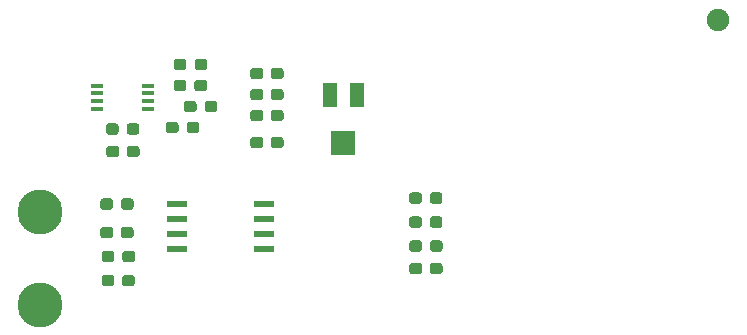
<source format=gbr>
G04 #@! TF.GenerationSoftware,KiCad,Pcbnew,(5.1.2)-1*
G04 #@! TF.CreationDate,2020-10-04T17:45:05-05:00*
G04 #@! TF.ProjectId,Senior Design,53656e69-6f72-4204-9465-7369676e2e6b,rev?*
G04 #@! TF.SameCoordinates,Original*
G04 #@! TF.FileFunction,Paste,Top*
G04 #@! TF.FilePolarity,Positive*
%FSLAX46Y46*%
G04 Gerber Fmt 4.6, Leading zero omitted, Abs format (unit mm)*
G04 Created by KiCad (PCBNEW (5.1.2)-1) date 2020-10-04 17:45:05*
%MOMM*%
%LPD*%
G04 APERTURE LIST*
%ADD10C,1.905000*%
%ADD11R,1.100000X0.400000*%
%ADD12C,3.810000*%
%ADD13R,1.750000X0.550000*%
%ADD14R,1.300000X2.000000*%
%ADD15R,2.000000X2.000000*%
%ADD16C,0.100000*%
%ADD17C,0.950000*%
G04 APERTURE END LIST*
D10*
X176022000Y-64262000D03*
D11*
X123444000Y-71800000D03*
X123444000Y-71150000D03*
X123444000Y-70500000D03*
X123444000Y-69850000D03*
X127744000Y-69850000D03*
X127744000Y-70500000D03*
X127744000Y-71150000D03*
X127744000Y-71800000D03*
D12*
X118618000Y-80518000D03*
X118618000Y-88392000D03*
D13*
X137558000Y-79883000D03*
X137558000Y-81153000D03*
X137558000Y-82423000D03*
X137558000Y-83693000D03*
X130158000Y-83693000D03*
X130158000Y-82423000D03*
X130158000Y-81153000D03*
X130158000Y-79883000D03*
D14*
X145422000Y-70676000D03*
D15*
X144272000Y-74676000D03*
D14*
X143122000Y-70676000D03*
D16*
G36*
X152456779Y-84870144D02*
G01*
X152479834Y-84873563D01*
X152502443Y-84879227D01*
X152524387Y-84887079D01*
X152545457Y-84897044D01*
X152565448Y-84909026D01*
X152584168Y-84922910D01*
X152601438Y-84938562D01*
X152617090Y-84955832D01*
X152630974Y-84974552D01*
X152642956Y-84994543D01*
X152652921Y-85015613D01*
X152660773Y-85037557D01*
X152666437Y-85060166D01*
X152669856Y-85083221D01*
X152671000Y-85106500D01*
X152671000Y-85581500D01*
X152669856Y-85604779D01*
X152666437Y-85627834D01*
X152660773Y-85650443D01*
X152652921Y-85672387D01*
X152642956Y-85693457D01*
X152630974Y-85713448D01*
X152617090Y-85732168D01*
X152601438Y-85749438D01*
X152584168Y-85765090D01*
X152565448Y-85778974D01*
X152545457Y-85790956D01*
X152524387Y-85800921D01*
X152502443Y-85808773D01*
X152479834Y-85814437D01*
X152456779Y-85817856D01*
X152433500Y-85819000D01*
X151858500Y-85819000D01*
X151835221Y-85817856D01*
X151812166Y-85814437D01*
X151789557Y-85808773D01*
X151767613Y-85800921D01*
X151746543Y-85790956D01*
X151726552Y-85778974D01*
X151707832Y-85765090D01*
X151690562Y-85749438D01*
X151674910Y-85732168D01*
X151661026Y-85713448D01*
X151649044Y-85693457D01*
X151639079Y-85672387D01*
X151631227Y-85650443D01*
X151625563Y-85627834D01*
X151622144Y-85604779D01*
X151621000Y-85581500D01*
X151621000Y-85106500D01*
X151622144Y-85083221D01*
X151625563Y-85060166D01*
X151631227Y-85037557D01*
X151639079Y-85015613D01*
X151649044Y-84994543D01*
X151661026Y-84974552D01*
X151674910Y-84955832D01*
X151690562Y-84938562D01*
X151707832Y-84922910D01*
X151726552Y-84909026D01*
X151746543Y-84897044D01*
X151767613Y-84887079D01*
X151789557Y-84879227D01*
X151812166Y-84873563D01*
X151835221Y-84870144D01*
X151858500Y-84869000D01*
X152433500Y-84869000D01*
X152456779Y-84870144D01*
X152456779Y-84870144D01*
G37*
D17*
X152146000Y-85344000D03*
D16*
G36*
X150706779Y-84870144D02*
G01*
X150729834Y-84873563D01*
X150752443Y-84879227D01*
X150774387Y-84887079D01*
X150795457Y-84897044D01*
X150815448Y-84909026D01*
X150834168Y-84922910D01*
X150851438Y-84938562D01*
X150867090Y-84955832D01*
X150880974Y-84974552D01*
X150892956Y-84994543D01*
X150902921Y-85015613D01*
X150910773Y-85037557D01*
X150916437Y-85060166D01*
X150919856Y-85083221D01*
X150921000Y-85106500D01*
X150921000Y-85581500D01*
X150919856Y-85604779D01*
X150916437Y-85627834D01*
X150910773Y-85650443D01*
X150902921Y-85672387D01*
X150892956Y-85693457D01*
X150880974Y-85713448D01*
X150867090Y-85732168D01*
X150851438Y-85749438D01*
X150834168Y-85765090D01*
X150815448Y-85778974D01*
X150795457Y-85790956D01*
X150774387Y-85800921D01*
X150752443Y-85808773D01*
X150729834Y-85814437D01*
X150706779Y-85817856D01*
X150683500Y-85819000D01*
X150108500Y-85819000D01*
X150085221Y-85817856D01*
X150062166Y-85814437D01*
X150039557Y-85808773D01*
X150017613Y-85800921D01*
X149996543Y-85790956D01*
X149976552Y-85778974D01*
X149957832Y-85765090D01*
X149940562Y-85749438D01*
X149924910Y-85732168D01*
X149911026Y-85713448D01*
X149899044Y-85693457D01*
X149889079Y-85672387D01*
X149881227Y-85650443D01*
X149875563Y-85627834D01*
X149872144Y-85604779D01*
X149871000Y-85581500D01*
X149871000Y-85106500D01*
X149872144Y-85083221D01*
X149875563Y-85060166D01*
X149881227Y-85037557D01*
X149889079Y-85015613D01*
X149899044Y-84994543D01*
X149911026Y-84974552D01*
X149924910Y-84955832D01*
X149940562Y-84938562D01*
X149957832Y-84922910D01*
X149976552Y-84909026D01*
X149996543Y-84897044D01*
X150017613Y-84887079D01*
X150039557Y-84879227D01*
X150062166Y-84873563D01*
X150085221Y-84870144D01*
X150108500Y-84869000D01*
X150683500Y-84869000D01*
X150706779Y-84870144D01*
X150706779Y-84870144D01*
G37*
D17*
X150396000Y-85344000D03*
D16*
G36*
X150706779Y-82965144D02*
G01*
X150729834Y-82968563D01*
X150752443Y-82974227D01*
X150774387Y-82982079D01*
X150795457Y-82992044D01*
X150815448Y-83004026D01*
X150834168Y-83017910D01*
X150851438Y-83033562D01*
X150867090Y-83050832D01*
X150880974Y-83069552D01*
X150892956Y-83089543D01*
X150902921Y-83110613D01*
X150910773Y-83132557D01*
X150916437Y-83155166D01*
X150919856Y-83178221D01*
X150921000Y-83201500D01*
X150921000Y-83676500D01*
X150919856Y-83699779D01*
X150916437Y-83722834D01*
X150910773Y-83745443D01*
X150902921Y-83767387D01*
X150892956Y-83788457D01*
X150880974Y-83808448D01*
X150867090Y-83827168D01*
X150851438Y-83844438D01*
X150834168Y-83860090D01*
X150815448Y-83873974D01*
X150795457Y-83885956D01*
X150774387Y-83895921D01*
X150752443Y-83903773D01*
X150729834Y-83909437D01*
X150706779Y-83912856D01*
X150683500Y-83914000D01*
X150108500Y-83914000D01*
X150085221Y-83912856D01*
X150062166Y-83909437D01*
X150039557Y-83903773D01*
X150017613Y-83895921D01*
X149996543Y-83885956D01*
X149976552Y-83873974D01*
X149957832Y-83860090D01*
X149940562Y-83844438D01*
X149924910Y-83827168D01*
X149911026Y-83808448D01*
X149899044Y-83788457D01*
X149889079Y-83767387D01*
X149881227Y-83745443D01*
X149875563Y-83722834D01*
X149872144Y-83699779D01*
X149871000Y-83676500D01*
X149871000Y-83201500D01*
X149872144Y-83178221D01*
X149875563Y-83155166D01*
X149881227Y-83132557D01*
X149889079Y-83110613D01*
X149899044Y-83089543D01*
X149911026Y-83069552D01*
X149924910Y-83050832D01*
X149940562Y-83033562D01*
X149957832Y-83017910D01*
X149976552Y-83004026D01*
X149996543Y-82992044D01*
X150017613Y-82982079D01*
X150039557Y-82974227D01*
X150062166Y-82968563D01*
X150085221Y-82965144D01*
X150108500Y-82964000D01*
X150683500Y-82964000D01*
X150706779Y-82965144D01*
X150706779Y-82965144D01*
G37*
D17*
X150396000Y-83439000D03*
D16*
G36*
X152456779Y-82965144D02*
G01*
X152479834Y-82968563D01*
X152502443Y-82974227D01*
X152524387Y-82982079D01*
X152545457Y-82992044D01*
X152565448Y-83004026D01*
X152584168Y-83017910D01*
X152601438Y-83033562D01*
X152617090Y-83050832D01*
X152630974Y-83069552D01*
X152642956Y-83089543D01*
X152652921Y-83110613D01*
X152660773Y-83132557D01*
X152666437Y-83155166D01*
X152669856Y-83178221D01*
X152671000Y-83201500D01*
X152671000Y-83676500D01*
X152669856Y-83699779D01*
X152666437Y-83722834D01*
X152660773Y-83745443D01*
X152652921Y-83767387D01*
X152642956Y-83788457D01*
X152630974Y-83808448D01*
X152617090Y-83827168D01*
X152601438Y-83844438D01*
X152584168Y-83860090D01*
X152565448Y-83873974D01*
X152545457Y-83885956D01*
X152524387Y-83895921D01*
X152502443Y-83903773D01*
X152479834Y-83909437D01*
X152456779Y-83912856D01*
X152433500Y-83914000D01*
X151858500Y-83914000D01*
X151835221Y-83912856D01*
X151812166Y-83909437D01*
X151789557Y-83903773D01*
X151767613Y-83895921D01*
X151746543Y-83885956D01*
X151726552Y-83873974D01*
X151707832Y-83860090D01*
X151690562Y-83844438D01*
X151674910Y-83827168D01*
X151661026Y-83808448D01*
X151649044Y-83788457D01*
X151639079Y-83767387D01*
X151631227Y-83745443D01*
X151625563Y-83722834D01*
X151622144Y-83699779D01*
X151621000Y-83676500D01*
X151621000Y-83201500D01*
X151622144Y-83178221D01*
X151625563Y-83155166D01*
X151631227Y-83132557D01*
X151639079Y-83110613D01*
X151649044Y-83089543D01*
X151661026Y-83069552D01*
X151674910Y-83050832D01*
X151690562Y-83033562D01*
X151707832Y-83017910D01*
X151726552Y-83004026D01*
X151746543Y-82992044D01*
X151767613Y-82982079D01*
X151789557Y-82974227D01*
X151812166Y-82968563D01*
X151835221Y-82965144D01*
X151858500Y-82964000D01*
X152433500Y-82964000D01*
X152456779Y-82965144D01*
X152456779Y-82965144D01*
G37*
D17*
X152146000Y-83439000D03*
D16*
G36*
X131854779Y-72932144D02*
G01*
X131877834Y-72935563D01*
X131900443Y-72941227D01*
X131922387Y-72949079D01*
X131943457Y-72959044D01*
X131963448Y-72971026D01*
X131982168Y-72984910D01*
X131999438Y-73000562D01*
X132015090Y-73017832D01*
X132028974Y-73036552D01*
X132040956Y-73056543D01*
X132050921Y-73077613D01*
X132058773Y-73099557D01*
X132064437Y-73122166D01*
X132067856Y-73145221D01*
X132069000Y-73168500D01*
X132069000Y-73643500D01*
X132067856Y-73666779D01*
X132064437Y-73689834D01*
X132058773Y-73712443D01*
X132050921Y-73734387D01*
X132040956Y-73755457D01*
X132028974Y-73775448D01*
X132015090Y-73794168D01*
X131999438Y-73811438D01*
X131982168Y-73827090D01*
X131963448Y-73840974D01*
X131943457Y-73852956D01*
X131922387Y-73862921D01*
X131900443Y-73870773D01*
X131877834Y-73876437D01*
X131854779Y-73879856D01*
X131831500Y-73881000D01*
X131256500Y-73881000D01*
X131233221Y-73879856D01*
X131210166Y-73876437D01*
X131187557Y-73870773D01*
X131165613Y-73862921D01*
X131144543Y-73852956D01*
X131124552Y-73840974D01*
X131105832Y-73827090D01*
X131088562Y-73811438D01*
X131072910Y-73794168D01*
X131059026Y-73775448D01*
X131047044Y-73755457D01*
X131037079Y-73734387D01*
X131029227Y-73712443D01*
X131023563Y-73689834D01*
X131020144Y-73666779D01*
X131019000Y-73643500D01*
X131019000Y-73168500D01*
X131020144Y-73145221D01*
X131023563Y-73122166D01*
X131029227Y-73099557D01*
X131037079Y-73077613D01*
X131047044Y-73056543D01*
X131059026Y-73036552D01*
X131072910Y-73017832D01*
X131088562Y-73000562D01*
X131105832Y-72984910D01*
X131124552Y-72971026D01*
X131144543Y-72959044D01*
X131165613Y-72949079D01*
X131187557Y-72941227D01*
X131210166Y-72935563D01*
X131233221Y-72932144D01*
X131256500Y-72931000D01*
X131831500Y-72931000D01*
X131854779Y-72932144D01*
X131854779Y-72932144D01*
G37*
D17*
X131544000Y-73406000D03*
D16*
G36*
X130104779Y-72932144D02*
G01*
X130127834Y-72935563D01*
X130150443Y-72941227D01*
X130172387Y-72949079D01*
X130193457Y-72959044D01*
X130213448Y-72971026D01*
X130232168Y-72984910D01*
X130249438Y-73000562D01*
X130265090Y-73017832D01*
X130278974Y-73036552D01*
X130290956Y-73056543D01*
X130300921Y-73077613D01*
X130308773Y-73099557D01*
X130314437Y-73122166D01*
X130317856Y-73145221D01*
X130319000Y-73168500D01*
X130319000Y-73643500D01*
X130317856Y-73666779D01*
X130314437Y-73689834D01*
X130308773Y-73712443D01*
X130300921Y-73734387D01*
X130290956Y-73755457D01*
X130278974Y-73775448D01*
X130265090Y-73794168D01*
X130249438Y-73811438D01*
X130232168Y-73827090D01*
X130213448Y-73840974D01*
X130193457Y-73852956D01*
X130172387Y-73862921D01*
X130150443Y-73870773D01*
X130127834Y-73876437D01*
X130104779Y-73879856D01*
X130081500Y-73881000D01*
X129506500Y-73881000D01*
X129483221Y-73879856D01*
X129460166Y-73876437D01*
X129437557Y-73870773D01*
X129415613Y-73862921D01*
X129394543Y-73852956D01*
X129374552Y-73840974D01*
X129355832Y-73827090D01*
X129338562Y-73811438D01*
X129322910Y-73794168D01*
X129309026Y-73775448D01*
X129297044Y-73755457D01*
X129287079Y-73734387D01*
X129279227Y-73712443D01*
X129273563Y-73689834D01*
X129270144Y-73666779D01*
X129269000Y-73643500D01*
X129269000Y-73168500D01*
X129270144Y-73145221D01*
X129273563Y-73122166D01*
X129279227Y-73099557D01*
X129287079Y-73077613D01*
X129297044Y-73056543D01*
X129309026Y-73036552D01*
X129322910Y-73017832D01*
X129338562Y-73000562D01*
X129355832Y-72984910D01*
X129374552Y-72971026D01*
X129394543Y-72959044D01*
X129415613Y-72949079D01*
X129437557Y-72941227D01*
X129460166Y-72935563D01*
X129483221Y-72932144D01*
X129506500Y-72931000D01*
X130081500Y-72931000D01*
X130104779Y-72932144D01*
X130104779Y-72932144D01*
G37*
D17*
X129794000Y-73406000D03*
D16*
G36*
X132503779Y-69376144D02*
G01*
X132526834Y-69379563D01*
X132549443Y-69385227D01*
X132571387Y-69393079D01*
X132592457Y-69403044D01*
X132612448Y-69415026D01*
X132631168Y-69428910D01*
X132648438Y-69444562D01*
X132664090Y-69461832D01*
X132677974Y-69480552D01*
X132689956Y-69500543D01*
X132699921Y-69521613D01*
X132707773Y-69543557D01*
X132713437Y-69566166D01*
X132716856Y-69589221D01*
X132718000Y-69612500D01*
X132718000Y-70087500D01*
X132716856Y-70110779D01*
X132713437Y-70133834D01*
X132707773Y-70156443D01*
X132699921Y-70178387D01*
X132689956Y-70199457D01*
X132677974Y-70219448D01*
X132664090Y-70238168D01*
X132648438Y-70255438D01*
X132631168Y-70271090D01*
X132612448Y-70284974D01*
X132592457Y-70296956D01*
X132571387Y-70306921D01*
X132549443Y-70314773D01*
X132526834Y-70320437D01*
X132503779Y-70323856D01*
X132480500Y-70325000D01*
X131905500Y-70325000D01*
X131882221Y-70323856D01*
X131859166Y-70320437D01*
X131836557Y-70314773D01*
X131814613Y-70306921D01*
X131793543Y-70296956D01*
X131773552Y-70284974D01*
X131754832Y-70271090D01*
X131737562Y-70255438D01*
X131721910Y-70238168D01*
X131708026Y-70219448D01*
X131696044Y-70199457D01*
X131686079Y-70178387D01*
X131678227Y-70156443D01*
X131672563Y-70133834D01*
X131669144Y-70110779D01*
X131668000Y-70087500D01*
X131668000Y-69612500D01*
X131669144Y-69589221D01*
X131672563Y-69566166D01*
X131678227Y-69543557D01*
X131686079Y-69521613D01*
X131696044Y-69500543D01*
X131708026Y-69480552D01*
X131721910Y-69461832D01*
X131737562Y-69444562D01*
X131754832Y-69428910D01*
X131773552Y-69415026D01*
X131793543Y-69403044D01*
X131814613Y-69393079D01*
X131836557Y-69385227D01*
X131859166Y-69379563D01*
X131882221Y-69376144D01*
X131905500Y-69375000D01*
X132480500Y-69375000D01*
X132503779Y-69376144D01*
X132503779Y-69376144D01*
G37*
D17*
X132193000Y-69850000D03*
D16*
G36*
X130753779Y-69376144D02*
G01*
X130776834Y-69379563D01*
X130799443Y-69385227D01*
X130821387Y-69393079D01*
X130842457Y-69403044D01*
X130862448Y-69415026D01*
X130881168Y-69428910D01*
X130898438Y-69444562D01*
X130914090Y-69461832D01*
X130927974Y-69480552D01*
X130939956Y-69500543D01*
X130949921Y-69521613D01*
X130957773Y-69543557D01*
X130963437Y-69566166D01*
X130966856Y-69589221D01*
X130968000Y-69612500D01*
X130968000Y-70087500D01*
X130966856Y-70110779D01*
X130963437Y-70133834D01*
X130957773Y-70156443D01*
X130949921Y-70178387D01*
X130939956Y-70199457D01*
X130927974Y-70219448D01*
X130914090Y-70238168D01*
X130898438Y-70255438D01*
X130881168Y-70271090D01*
X130862448Y-70284974D01*
X130842457Y-70296956D01*
X130821387Y-70306921D01*
X130799443Y-70314773D01*
X130776834Y-70320437D01*
X130753779Y-70323856D01*
X130730500Y-70325000D01*
X130155500Y-70325000D01*
X130132221Y-70323856D01*
X130109166Y-70320437D01*
X130086557Y-70314773D01*
X130064613Y-70306921D01*
X130043543Y-70296956D01*
X130023552Y-70284974D01*
X130004832Y-70271090D01*
X129987562Y-70255438D01*
X129971910Y-70238168D01*
X129958026Y-70219448D01*
X129946044Y-70199457D01*
X129936079Y-70178387D01*
X129928227Y-70156443D01*
X129922563Y-70133834D01*
X129919144Y-70110779D01*
X129918000Y-70087500D01*
X129918000Y-69612500D01*
X129919144Y-69589221D01*
X129922563Y-69566166D01*
X129928227Y-69543557D01*
X129936079Y-69521613D01*
X129946044Y-69500543D01*
X129958026Y-69480552D01*
X129971910Y-69461832D01*
X129987562Y-69444562D01*
X130004832Y-69428910D01*
X130023552Y-69415026D01*
X130043543Y-69403044D01*
X130064613Y-69393079D01*
X130086557Y-69385227D01*
X130109166Y-69379563D01*
X130132221Y-69376144D01*
X130155500Y-69375000D01*
X130730500Y-69375000D01*
X130753779Y-69376144D01*
X130753779Y-69376144D01*
G37*
D17*
X130443000Y-69850000D03*
D16*
G36*
X133378779Y-71154144D02*
G01*
X133401834Y-71157563D01*
X133424443Y-71163227D01*
X133446387Y-71171079D01*
X133467457Y-71181044D01*
X133487448Y-71193026D01*
X133506168Y-71206910D01*
X133523438Y-71222562D01*
X133539090Y-71239832D01*
X133552974Y-71258552D01*
X133564956Y-71278543D01*
X133574921Y-71299613D01*
X133582773Y-71321557D01*
X133588437Y-71344166D01*
X133591856Y-71367221D01*
X133593000Y-71390500D01*
X133593000Y-71865500D01*
X133591856Y-71888779D01*
X133588437Y-71911834D01*
X133582773Y-71934443D01*
X133574921Y-71956387D01*
X133564956Y-71977457D01*
X133552974Y-71997448D01*
X133539090Y-72016168D01*
X133523438Y-72033438D01*
X133506168Y-72049090D01*
X133487448Y-72062974D01*
X133467457Y-72074956D01*
X133446387Y-72084921D01*
X133424443Y-72092773D01*
X133401834Y-72098437D01*
X133378779Y-72101856D01*
X133355500Y-72103000D01*
X132780500Y-72103000D01*
X132757221Y-72101856D01*
X132734166Y-72098437D01*
X132711557Y-72092773D01*
X132689613Y-72084921D01*
X132668543Y-72074956D01*
X132648552Y-72062974D01*
X132629832Y-72049090D01*
X132612562Y-72033438D01*
X132596910Y-72016168D01*
X132583026Y-71997448D01*
X132571044Y-71977457D01*
X132561079Y-71956387D01*
X132553227Y-71934443D01*
X132547563Y-71911834D01*
X132544144Y-71888779D01*
X132543000Y-71865500D01*
X132543000Y-71390500D01*
X132544144Y-71367221D01*
X132547563Y-71344166D01*
X132553227Y-71321557D01*
X132561079Y-71299613D01*
X132571044Y-71278543D01*
X132583026Y-71258552D01*
X132596910Y-71239832D01*
X132612562Y-71222562D01*
X132629832Y-71206910D01*
X132648552Y-71193026D01*
X132668543Y-71181044D01*
X132689613Y-71171079D01*
X132711557Y-71163227D01*
X132734166Y-71157563D01*
X132757221Y-71154144D01*
X132780500Y-71153000D01*
X133355500Y-71153000D01*
X133378779Y-71154144D01*
X133378779Y-71154144D01*
G37*
D17*
X133068000Y-71628000D03*
D16*
G36*
X131628779Y-71154144D02*
G01*
X131651834Y-71157563D01*
X131674443Y-71163227D01*
X131696387Y-71171079D01*
X131717457Y-71181044D01*
X131737448Y-71193026D01*
X131756168Y-71206910D01*
X131773438Y-71222562D01*
X131789090Y-71239832D01*
X131802974Y-71258552D01*
X131814956Y-71278543D01*
X131824921Y-71299613D01*
X131832773Y-71321557D01*
X131838437Y-71344166D01*
X131841856Y-71367221D01*
X131843000Y-71390500D01*
X131843000Y-71865500D01*
X131841856Y-71888779D01*
X131838437Y-71911834D01*
X131832773Y-71934443D01*
X131824921Y-71956387D01*
X131814956Y-71977457D01*
X131802974Y-71997448D01*
X131789090Y-72016168D01*
X131773438Y-72033438D01*
X131756168Y-72049090D01*
X131737448Y-72062974D01*
X131717457Y-72074956D01*
X131696387Y-72084921D01*
X131674443Y-72092773D01*
X131651834Y-72098437D01*
X131628779Y-72101856D01*
X131605500Y-72103000D01*
X131030500Y-72103000D01*
X131007221Y-72101856D01*
X130984166Y-72098437D01*
X130961557Y-72092773D01*
X130939613Y-72084921D01*
X130918543Y-72074956D01*
X130898552Y-72062974D01*
X130879832Y-72049090D01*
X130862562Y-72033438D01*
X130846910Y-72016168D01*
X130833026Y-71997448D01*
X130821044Y-71977457D01*
X130811079Y-71956387D01*
X130803227Y-71934443D01*
X130797563Y-71911834D01*
X130794144Y-71888779D01*
X130793000Y-71865500D01*
X130793000Y-71390500D01*
X130794144Y-71367221D01*
X130797563Y-71344166D01*
X130803227Y-71321557D01*
X130811079Y-71299613D01*
X130821044Y-71278543D01*
X130833026Y-71258552D01*
X130846910Y-71239832D01*
X130862562Y-71222562D01*
X130879832Y-71206910D01*
X130898552Y-71193026D01*
X130918543Y-71181044D01*
X130939613Y-71171079D01*
X130961557Y-71163227D01*
X130984166Y-71157563D01*
X131007221Y-71154144D01*
X131030500Y-71153000D01*
X131605500Y-71153000D01*
X131628779Y-71154144D01*
X131628779Y-71154144D01*
G37*
D17*
X131318000Y-71628000D03*
D16*
G36*
X137244779Y-70138144D02*
G01*
X137267834Y-70141563D01*
X137290443Y-70147227D01*
X137312387Y-70155079D01*
X137333457Y-70165044D01*
X137353448Y-70177026D01*
X137372168Y-70190910D01*
X137389438Y-70206562D01*
X137405090Y-70223832D01*
X137418974Y-70242552D01*
X137430956Y-70262543D01*
X137440921Y-70283613D01*
X137448773Y-70305557D01*
X137454437Y-70328166D01*
X137457856Y-70351221D01*
X137459000Y-70374500D01*
X137459000Y-70849500D01*
X137457856Y-70872779D01*
X137454437Y-70895834D01*
X137448773Y-70918443D01*
X137440921Y-70940387D01*
X137430956Y-70961457D01*
X137418974Y-70981448D01*
X137405090Y-71000168D01*
X137389438Y-71017438D01*
X137372168Y-71033090D01*
X137353448Y-71046974D01*
X137333457Y-71058956D01*
X137312387Y-71068921D01*
X137290443Y-71076773D01*
X137267834Y-71082437D01*
X137244779Y-71085856D01*
X137221500Y-71087000D01*
X136646500Y-71087000D01*
X136623221Y-71085856D01*
X136600166Y-71082437D01*
X136577557Y-71076773D01*
X136555613Y-71068921D01*
X136534543Y-71058956D01*
X136514552Y-71046974D01*
X136495832Y-71033090D01*
X136478562Y-71017438D01*
X136462910Y-71000168D01*
X136449026Y-70981448D01*
X136437044Y-70961457D01*
X136427079Y-70940387D01*
X136419227Y-70918443D01*
X136413563Y-70895834D01*
X136410144Y-70872779D01*
X136409000Y-70849500D01*
X136409000Y-70374500D01*
X136410144Y-70351221D01*
X136413563Y-70328166D01*
X136419227Y-70305557D01*
X136427079Y-70283613D01*
X136437044Y-70262543D01*
X136449026Y-70242552D01*
X136462910Y-70223832D01*
X136478562Y-70206562D01*
X136495832Y-70190910D01*
X136514552Y-70177026D01*
X136534543Y-70165044D01*
X136555613Y-70155079D01*
X136577557Y-70147227D01*
X136600166Y-70141563D01*
X136623221Y-70138144D01*
X136646500Y-70137000D01*
X137221500Y-70137000D01*
X137244779Y-70138144D01*
X137244779Y-70138144D01*
G37*
D17*
X136934000Y-70612000D03*
D16*
G36*
X138994779Y-70138144D02*
G01*
X139017834Y-70141563D01*
X139040443Y-70147227D01*
X139062387Y-70155079D01*
X139083457Y-70165044D01*
X139103448Y-70177026D01*
X139122168Y-70190910D01*
X139139438Y-70206562D01*
X139155090Y-70223832D01*
X139168974Y-70242552D01*
X139180956Y-70262543D01*
X139190921Y-70283613D01*
X139198773Y-70305557D01*
X139204437Y-70328166D01*
X139207856Y-70351221D01*
X139209000Y-70374500D01*
X139209000Y-70849500D01*
X139207856Y-70872779D01*
X139204437Y-70895834D01*
X139198773Y-70918443D01*
X139190921Y-70940387D01*
X139180956Y-70961457D01*
X139168974Y-70981448D01*
X139155090Y-71000168D01*
X139139438Y-71017438D01*
X139122168Y-71033090D01*
X139103448Y-71046974D01*
X139083457Y-71058956D01*
X139062387Y-71068921D01*
X139040443Y-71076773D01*
X139017834Y-71082437D01*
X138994779Y-71085856D01*
X138971500Y-71087000D01*
X138396500Y-71087000D01*
X138373221Y-71085856D01*
X138350166Y-71082437D01*
X138327557Y-71076773D01*
X138305613Y-71068921D01*
X138284543Y-71058956D01*
X138264552Y-71046974D01*
X138245832Y-71033090D01*
X138228562Y-71017438D01*
X138212910Y-71000168D01*
X138199026Y-70981448D01*
X138187044Y-70961457D01*
X138177079Y-70940387D01*
X138169227Y-70918443D01*
X138163563Y-70895834D01*
X138160144Y-70872779D01*
X138159000Y-70849500D01*
X138159000Y-70374500D01*
X138160144Y-70351221D01*
X138163563Y-70328166D01*
X138169227Y-70305557D01*
X138177079Y-70283613D01*
X138187044Y-70262543D01*
X138199026Y-70242552D01*
X138212910Y-70223832D01*
X138228562Y-70206562D01*
X138245832Y-70190910D01*
X138264552Y-70177026D01*
X138284543Y-70165044D01*
X138305613Y-70155079D01*
X138327557Y-70147227D01*
X138350166Y-70141563D01*
X138373221Y-70138144D01*
X138396500Y-70137000D01*
X138971500Y-70137000D01*
X138994779Y-70138144D01*
X138994779Y-70138144D01*
G37*
D17*
X138684000Y-70612000D03*
D16*
G36*
X138994779Y-68360144D02*
G01*
X139017834Y-68363563D01*
X139040443Y-68369227D01*
X139062387Y-68377079D01*
X139083457Y-68387044D01*
X139103448Y-68399026D01*
X139122168Y-68412910D01*
X139139438Y-68428562D01*
X139155090Y-68445832D01*
X139168974Y-68464552D01*
X139180956Y-68484543D01*
X139190921Y-68505613D01*
X139198773Y-68527557D01*
X139204437Y-68550166D01*
X139207856Y-68573221D01*
X139209000Y-68596500D01*
X139209000Y-69071500D01*
X139207856Y-69094779D01*
X139204437Y-69117834D01*
X139198773Y-69140443D01*
X139190921Y-69162387D01*
X139180956Y-69183457D01*
X139168974Y-69203448D01*
X139155090Y-69222168D01*
X139139438Y-69239438D01*
X139122168Y-69255090D01*
X139103448Y-69268974D01*
X139083457Y-69280956D01*
X139062387Y-69290921D01*
X139040443Y-69298773D01*
X139017834Y-69304437D01*
X138994779Y-69307856D01*
X138971500Y-69309000D01*
X138396500Y-69309000D01*
X138373221Y-69307856D01*
X138350166Y-69304437D01*
X138327557Y-69298773D01*
X138305613Y-69290921D01*
X138284543Y-69280956D01*
X138264552Y-69268974D01*
X138245832Y-69255090D01*
X138228562Y-69239438D01*
X138212910Y-69222168D01*
X138199026Y-69203448D01*
X138187044Y-69183457D01*
X138177079Y-69162387D01*
X138169227Y-69140443D01*
X138163563Y-69117834D01*
X138160144Y-69094779D01*
X138159000Y-69071500D01*
X138159000Y-68596500D01*
X138160144Y-68573221D01*
X138163563Y-68550166D01*
X138169227Y-68527557D01*
X138177079Y-68505613D01*
X138187044Y-68484543D01*
X138199026Y-68464552D01*
X138212910Y-68445832D01*
X138228562Y-68428562D01*
X138245832Y-68412910D01*
X138264552Y-68399026D01*
X138284543Y-68387044D01*
X138305613Y-68377079D01*
X138327557Y-68369227D01*
X138350166Y-68363563D01*
X138373221Y-68360144D01*
X138396500Y-68359000D01*
X138971500Y-68359000D01*
X138994779Y-68360144D01*
X138994779Y-68360144D01*
G37*
D17*
X138684000Y-68834000D03*
D16*
G36*
X137244779Y-68360144D02*
G01*
X137267834Y-68363563D01*
X137290443Y-68369227D01*
X137312387Y-68377079D01*
X137333457Y-68387044D01*
X137353448Y-68399026D01*
X137372168Y-68412910D01*
X137389438Y-68428562D01*
X137405090Y-68445832D01*
X137418974Y-68464552D01*
X137430956Y-68484543D01*
X137440921Y-68505613D01*
X137448773Y-68527557D01*
X137454437Y-68550166D01*
X137457856Y-68573221D01*
X137459000Y-68596500D01*
X137459000Y-69071500D01*
X137457856Y-69094779D01*
X137454437Y-69117834D01*
X137448773Y-69140443D01*
X137440921Y-69162387D01*
X137430956Y-69183457D01*
X137418974Y-69203448D01*
X137405090Y-69222168D01*
X137389438Y-69239438D01*
X137372168Y-69255090D01*
X137353448Y-69268974D01*
X137333457Y-69280956D01*
X137312387Y-69290921D01*
X137290443Y-69298773D01*
X137267834Y-69304437D01*
X137244779Y-69307856D01*
X137221500Y-69309000D01*
X136646500Y-69309000D01*
X136623221Y-69307856D01*
X136600166Y-69304437D01*
X136577557Y-69298773D01*
X136555613Y-69290921D01*
X136534543Y-69280956D01*
X136514552Y-69268974D01*
X136495832Y-69255090D01*
X136478562Y-69239438D01*
X136462910Y-69222168D01*
X136449026Y-69203448D01*
X136437044Y-69183457D01*
X136427079Y-69162387D01*
X136419227Y-69140443D01*
X136413563Y-69117834D01*
X136410144Y-69094779D01*
X136409000Y-69071500D01*
X136409000Y-68596500D01*
X136410144Y-68573221D01*
X136413563Y-68550166D01*
X136419227Y-68527557D01*
X136427079Y-68505613D01*
X136437044Y-68484543D01*
X136449026Y-68464552D01*
X136462910Y-68445832D01*
X136478562Y-68428562D01*
X136495832Y-68412910D01*
X136514552Y-68399026D01*
X136534543Y-68387044D01*
X136555613Y-68377079D01*
X136577557Y-68369227D01*
X136600166Y-68363563D01*
X136623221Y-68360144D01*
X136646500Y-68359000D01*
X137221500Y-68359000D01*
X137244779Y-68360144D01*
X137244779Y-68360144D01*
G37*
D17*
X136934000Y-68834000D03*
D16*
G36*
X124657779Y-83854144D02*
G01*
X124680834Y-83857563D01*
X124703443Y-83863227D01*
X124725387Y-83871079D01*
X124746457Y-83881044D01*
X124766448Y-83893026D01*
X124785168Y-83906910D01*
X124802438Y-83922562D01*
X124818090Y-83939832D01*
X124831974Y-83958552D01*
X124843956Y-83978543D01*
X124853921Y-83999613D01*
X124861773Y-84021557D01*
X124867437Y-84044166D01*
X124870856Y-84067221D01*
X124872000Y-84090500D01*
X124872000Y-84565500D01*
X124870856Y-84588779D01*
X124867437Y-84611834D01*
X124861773Y-84634443D01*
X124853921Y-84656387D01*
X124843956Y-84677457D01*
X124831974Y-84697448D01*
X124818090Y-84716168D01*
X124802438Y-84733438D01*
X124785168Y-84749090D01*
X124766448Y-84762974D01*
X124746457Y-84774956D01*
X124725387Y-84784921D01*
X124703443Y-84792773D01*
X124680834Y-84798437D01*
X124657779Y-84801856D01*
X124634500Y-84803000D01*
X124059500Y-84803000D01*
X124036221Y-84801856D01*
X124013166Y-84798437D01*
X123990557Y-84792773D01*
X123968613Y-84784921D01*
X123947543Y-84774956D01*
X123927552Y-84762974D01*
X123908832Y-84749090D01*
X123891562Y-84733438D01*
X123875910Y-84716168D01*
X123862026Y-84697448D01*
X123850044Y-84677457D01*
X123840079Y-84656387D01*
X123832227Y-84634443D01*
X123826563Y-84611834D01*
X123823144Y-84588779D01*
X123822000Y-84565500D01*
X123822000Y-84090500D01*
X123823144Y-84067221D01*
X123826563Y-84044166D01*
X123832227Y-84021557D01*
X123840079Y-83999613D01*
X123850044Y-83978543D01*
X123862026Y-83958552D01*
X123875910Y-83939832D01*
X123891562Y-83922562D01*
X123908832Y-83906910D01*
X123927552Y-83893026D01*
X123947543Y-83881044D01*
X123968613Y-83871079D01*
X123990557Y-83863227D01*
X124013166Y-83857563D01*
X124036221Y-83854144D01*
X124059500Y-83853000D01*
X124634500Y-83853000D01*
X124657779Y-83854144D01*
X124657779Y-83854144D01*
G37*
D17*
X124347000Y-84328000D03*
D16*
G36*
X126407779Y-83854144D02*
G01*
X126430834Y-83857563D01*
X126453443Y-83863227D01*
X126475387Y-83871079D01*
X126496457Y-83881044D01*
X126516448Y-83893026D01*
X126535168Y-83906910D01*
X126552438Y-83922562D01*
X126568090Y-83939832D01*
X126581974Y-83958552D01*
X126593956Y-83978543D01*
X126603921Y-83999613D01*
X126611773Y-84021557D01*
X126617437Y-84044166D01*
X126620856Y-84067221D01*
X126622000Y-84090500D01*
X126622000Y-84565500D01*
X126620856Y-84588779D01*
X126617437Y-84611834D01*
X126611773Y-84634443D01*
X126603921Y-84656387D01*
X126593956Y-84677457D01*
X126581974Y-84697448D01*
X126568090Y-84716168D01*
X126552438Y-84733438D01*
X126535168Y-84749090D01*
X126516448Y-84762974D01*
X126496457Y-84774956D01*
X126475387Y-84784921D01*
X126453443Y-84792773D01*
X126430834Y-84798437D01*
X126407779Y-84801856D01*
X126384500Y-84803000D01*
X125809500Y-84803000D01*
X125786221Y-84801856D01*
X125763166Y-84798437D01*
X125740557Y-84792773D01*
X125718613Y-84784921D01*
X125697543Y-84774956D01*
X125677552Y-84762974D01*
X125658832Y-84749090D01*
X125641562Y-84733438D01*
X125625910Y-84716168D01*
X125612026Y-84697448D01*
X125600044Y-84677457D01*
X125590079Y-84656387D01*
X125582227Y-84634443D01*
X125576563Y-84611834D01*
X125573144Y-84588779D01*
X125572000Y-84565500D01*
X125572000Y-84090500D01*
X125573144Y-84067221D01*
X125576563Y-84044166D01*
X125582227Y-84021557D01*
X125590079Y-83999613D01*
X125600044Y-83978543D01*
X125612026Y-83958552D01*
X125625910Y-83939832D01*
X125641562Y-83922562D01*
X125658832Y-83906910D01*
X125677552Y-83893026D01*
X125697543Y-83881044D01*
X125718613Y-83871079D01*
X125740557Y-83863227D01*
X125763166Y-83857563D01*
X125786221Y-83854144D01*
X125809500Y-83853000D01*
X126384500Y-83853000D01*
X126407779Y-83854144D01*
X126407779Y-83854144D01*
G37*
D17*
X126097000Y-84328000D03*
D16*
G36*
X124544779Y-81822144D02*
G01*
X124567834Y-81825563D01*
X124590443Y-81831227D01*
X124612387Y-81839079D01*
X124633457Y-81849044D01*
X124653448Y-81861026D01*
X124672168Y-81874910D01*
X124689438Y-81890562D01*
X124705090Y-81907832D01*
X124718974Y-81926552D01*
X124730956Y-81946543D01*
X124740921Y-81967613D01*
X124748773Y-81989557D01*
X124754437Y-82012166D01*
X124757856Y-82035221D01*
X124759000Y-82058500D01*
X124759000Y-82533500D01*
X124757856Y-82556779D01*
X124754437Y-82579834D01*
X124748773Y-82602443D01*
X124740921Y-82624387D01*
X124730956Y-82645457D01*
X124718974Y-82665448D01*
X124705090Y-82684168D01*
X124689438Y-82701438D01*
X124672168Y-82717090D01*
X124653448Y-82730974D01*
X124633457Y-82742956D01*
X124612387Y-82752921D01*
X124590443Y-82760773D01*
X124567834Y-82766437D01*
X124544779Y-82769856D01*
X124521500Y-82771000D01*
X123946500Y-82771000D01*
X123923221Y-82769856D01*
X123900166Y-82766437D01*
X123877557Y-82760773D01*
X123855613Y-82752921D01*
X123834543Y-82742956D01*
X123814552Y-82730974D01*
X123795832Y-82717090D01*
X123778562Y-82701438D01*
X123762910Y-82684168D01*
X123749026Y-82665448D01*
X123737044Y-82645457D01*
X123727079Y-82624387D01*
X123719227Y-82602443D01*
X123713563Y-82579834D01*
X123710144Y-82556779D01*
X123709000Y-82533500D01*
X123709000Y-82058500D01*
X123710144Y-82035221D01*
X123713563Y-82012166D01*
X123719227Y-81989557D01*
X123727079Y-81967613D01*
X123737044Y-81946543D01*
X123749026Y-81926552D01*
X123762910Y-81907832D01*
X123778562Y-81890562D01*
X123795832Y-81874910D01*
X123814552Y-81861026D01*
X123834543Y-81849044D01*
X123855613Y-81839079D01*
X123877557Y-81831227D01*
X123900166Y-81825563D01*
X123923221Y-81822144D01*
X123946500Y-81821000D01*
X124521500Y-81821000D01*
X124544779Y-81822144D01*
X124544779Y-81822144D01*
G37*
D17*
X124234000Y-82296000D03*
D16*
G36*
X126294779Y-81822144D02*
G01*
X126317834Y-81825563D01*
X126340443Y-81831227D01*
X126362387Y-81839079D01*
X126383457Y-81849044D01*
X126403448Y-81861026D01*
X126422168Y-81874910D01*
X126439438Y-81890562D01*
X126455090Y-81907832D01*
X126468974Y-81926552D01*
X126480956Y-81946543D01*
X126490921Y-81967613D01*
X126498773Y-81989557D01*
X126504437Y-82012166D01*
X126507856Y-82035221D01*
X126509000Y-82058500D01*
X126509000Y-82533500D01*
X126507856Y-82556779D01*
X126504437Y-82579834D01*
X126498773Y-82602443D01*
X126490921Y-82624387D01*
X126480956Y-82645457D01*
X126468974Y-82665448D01*
X126455090Y-82684168D01*
X126439438Y-82701438D01*
X126422168Y-82717090D01*
X126403448Y-82730974D01*
X126383457Y-82742956D01*
X126362387Y-82752921D01*
X126340443Y-82760773D01*
X126317834Y-82766437D01*
X126294779Y-82769856D01*
X126271500Y-82771000D01*
X125696500Y-82771000D01*
X125673221Y-82769856D01*
X125650166Y-82766437D01*
X125627557Y-82760773D01*
X125605613Y-82752921D01*
X125584543Y-82742956D01*
X125564552Y-82730974D01*
X125545832Y-82717090D01*
X125528562Y-82701438D01*
X125512910Y-82684168D01*
X125499026Y-82665448D01*
X125487044Y-82645457D01*
X125477079Y-82624387D01*
X125469227Y-82602443D01*
X125463563Y-82579834D01*
X125460144Y-82556779D01*
X125459000Y-82533500D01*
X125459000Y-82058500D01*
X125460144Y-82035221D01*
X125463563Y-82012166D01*
X125469227Y-81989557D01*
X125477079Y-81967613D01*
X125487044Y-81946543D01*
X125499026Y-81926552D01*
X125512910Y-81907832D01*
X125528562Y-81890562D01*
X125545832Y-81874910D01*
X125564552Y-81861026D01*
X125584543Y-81849044D01*
X125605613Y-81839079D01*
X125627557Y-81831227D01*
X125650166Y-81825563D01*
X125673221Y-81822144D01*
X125696500Y-81821000D01*
X126271500Y-81821000D01*
X126294779Y-81822144D01*
X126294779Y-81822144D01*
G37*
D17*
X125984000Y-82296000D03*
D16*
G36*
X152442779Y-80933144D02*
G01*
X152465834Y-80936563D01*
X152488443Y-80942227D01*
X152510387Y-80950079D01*
X152531457Y-80960044D01*
X152551448Y-80972026D01*
X152570168Y-80985910D01*
X152587438Y-81001562D01*
X152603090Y-81018832D01*
X152616974Y-81037552D01*
X152628956Y-81057543D01*
X152638921Y-81078613D01*
X152646773Y-81100557D01*
X152652437Y-81123166D01*
X152655856Y-81146221D01*
X152657000Y-81169500D01*
X152657000Y-81644500D01*
X152655856Y-81667779D01*
X152652437Y-81690834D01*
X152646773Y-81713443D01*
X152638921Y-81735387D01*
X152628956Y-81756457D01*
X152616974Y-81776448D01*
X152603090Y-81795168D01*
X152587438Y-81812438D01*
X152570168Y-81828090D01*
X152551448Y-81841974D01*
X152531457Y-81853956D01*
X152510387Y-81863921D01*
X152488443Y-81871773D01*
X152465834Y-81877437D01*
X152442779Y-81880856D01*
X152419500Y-81882000D01*
X151844500Y-81882000D01*
X151821221Y-81880856D01*
X151798166Y-81877437D01*
X151775557Y-81871773D01*
X151753613Y-81863921D01*
X151732543Y-81853956D01*
X151712552Y-81841974D01*
X151693832Y-81828090D01*
X151676562Y-81812438D01*
X151660910Y-81795168D01*
X151647026Y-81776448D01*
X151635044Y-81756457D01*
X151625079Y-81735387D01*
X151617227Y-81713443D01*
X151611563Y-81690834D01*
X151608144Y-81667779D01*
X151607000Y-81644500D01*
X151607000Y-81169500D01*
X151608144Y-81146221D01*
X151611563Y-81123166D01*
X151617227Y-81100557D01*
X151625079Y-81078613D01*
X151635044Y-81057543D01*
X151647026Y-81037552D01*
X151660910Y-81018832D01*
X151676562Y-81001562D01*
X151693832Y-80985910D01*
X151712552Y-80972026D01*
X151732543Y-80960044D01*
X151753613Y-80950079D01*
X151775557Y-80942227D01*
X151798166Y-80936563D01*
X151821221Y-80933144D01*
X151844500Y-80932000D01*
X152419500Y-80932000D01*
X152442779Y-80933144D01*
X152442779Y-80933144D01*
G37*
D17*
X152132000Y-81407000D03*
D16*
G36*
X150692779Y-80933144D02*
G01*
X150715834Y-80936563D01*
X150738443Y-80942227D01*
X150760387Y-80950079D01*
X150781457Y-80960044D01*
X150801448Y-80972026D01*
X150820168Y-80985910D01*
X150837438Y-81001562D01*
X150853090Y-81018832D01*
X150866974Y-81037552D01*
X150878956Y-81057543D01*
X150888921Y-81078613D01*
X150896773Y-81100557D01*
X150902437Y-81123166D01*
X150905856Y-81146221D01*
X150907000Y-81169500D01*
X150907000Y-81644500D01*
X150905856Y-81667779D01*
X150902437Y-81690834D01*
X150896773Y-81713443D01*
X150888921Y-81735387D01*
X150878956Y-81756457D01*
X150866974Y-81776448D01*
X150853090Y-81795168D01*
X150837438Y-81812438D01*
X150820168Y-81828090D01*
X150801448Y-81841974D01*
X150781457Y-81853956D01*
X150760387Y-81863921D01*
X150738443Y-81871773D01*
X150715834Y-81877437D01*
X150692779Y-81880856D01*
X150669500Y-81882000D01*
X150094500Y-81882000D01*
X150071221Y-81880856D01*
X150048166Y-81877437D01*
X150025557Y-81871773D01*
X150003613Y-81863921D01*
X149982543Y-81853956D01*
X149962552Y-81841974D01*
X149943832Y-81828090D01*
X149926562Y-81812438D01*
X149910910Y-81795168D01*
X149897026Y-81776448D01*
X149885044Y-81756457D01*
X149875079Y-81735387D01*
X149867227Y-81713443D01*
X149861563Y-81690834D01*
X149858144Y-81667779D01*
X149857000Y-81644500D01*
X149857000Y-81169500D01*
X149858144Y-81146221D01*
X149861563Y-81123166D01*
X149867227Y-81100557D01*
X149875079Y-81078613D01*
X149885044Y-81057543D01*
X149897026Y-81037552D01*
X149910910Y-81018832D01*
X149926562Y-81001562D01*
X149943832Y-80985910D01*
X149962552Y-80972026D01*
X149982543Y-80960044D01*
X150003613Y-80950079D01*
X150025557Y-80942227D01*
X150048166Y-80936563D01*
X150071221Y-80933144D01*
X150094500Y-80932000D01*
X150669500Y-80932000D01*
X150692779Y-80933144D01*
X150692779Y-80933144D01*
G37*
D17*
X150382000Y-81407000D03*
D16*
G36*
X150692779Y-78901144D02*
G01*
X150715834Y-78904563D01*
X150738443Y-78910227D01*
X150760387Y-78918079D01*
X150781457Y-78928044D01*
X150801448Y-78940026D01*
X150820168Y-78953910D01*
X150837438Y-78969562D01*
X150853090Y-78986832D01*
X150866974Y-79005552D01*
X150878956Y-79025543D01*
X150888921Y-79046613D01*
X150896773Y-79068557D01*
X150902437Y-79091166D01*
X150905856Y-79114221D01*
X150907000Y-79137500D01*
X150907000Y-79612500D01*
X150905856Y-79635779D01*
X150902437Y-79658834D01*
X150896773Y-79681443D01*
X150888921Y-79703387D01*
X150878956Y-79724457D01*
X150866974Y-79744448D01*
X150853090Y-79763168D01*
X150837438Y-79780438D01*
X150820168Y-79796090D01*
X150801448Y-79809974D01*
X150781457Y-79821956D01*
X150760387Y-79831921D01*
X150738443Y-79839773D01*
X150715834Y-79845437D01*
X150692779Y-79848856D01*
X150669500Y-79850000D01*
X150094500Y-79850000D01*
X150071221Y-79848856D01*
X150048166Y-79845437D01*
X150025557Y-79839773D01*
X150003613Y-79831921D01*
X149982543Y-79821956D01*
X149962552Y-79809974D01*
X149943832Y-79796090D01*
X149926562Y-79780438D01*
X149910910Y-79763168D01*
X149897026Y-79744448D01*
X149885044Y-79724457D01*
X149875079Y-79703387D01*
X149867227Y-79681443D01*
X149861563Y-79658834D01*
X149858144Y-79635779D01*
X149857000Y-79612500D01*
X149857000Y-79137500D01*
X149858144Y-79114221D01*
X149861563Y-79091166D01*
X149867227Y-79068557D01*
X149875079Y-79046613D01*
X149885044Y-79025543D01*
X149897026Y-79005552D01*
X149910910Y-78986832D01*
X149926562Y-78969562D01*
X149943832Y-78953910D01*
X149962552Y-78940026D01*
X149982543Y-78928044D01*
X150003613Y-78918079D01*
X150025557Y-78910227D01*
X150048166Y-78904563D01*
X150071221Y-78901144D01*
X150094500Y-78900000D01*
X150669500Y-78900000D01*
X150692779Y-78901144D01*
X150692779Y-78901144D01*
G37*
D17*
X150382000Y-79375000D03*
D16*
G36*
X152442779Y-78901144D02*
G01*
X152465834Y-78904563D01*
X152488443Y-78910227D01*
X152510387Y-78918079D01*
X152531457Y-78928044D01*
X152551448Y-78940026D01*
X152570168Y-78953910D01*
X152587438Y-78969562D01*
X152603090Y-78986832D01*
X152616974Y-79005552D01*
X152628956Y-79025543D01*
X152638921Y-79046613D01*
X152646773Y-79068557D01*
X152652437Y-79091166D01*
X152655856Y-79114221D01*
X152657000Y-79137500D01*
X152657000Y-79612500D01*
X152655856Y-79635779D01*
X152652437Y-79658834D01*
X152646773Y-79681443D01*
X152638921Y-79703387D01*
X152628956Y-79724457D01*
X152616974Y-79744448D01*
X152603090Y-79763168D01*
X152587438Y-79780438D01*
X152570168Y-79796090D01*
X152551448Y-79809974D01*
X152531457Y-79821956D01*
X152510387Y-79831921D01*
X152488443Y-79839773D01*
X152465834Y-79845437D01*
X152442779Y-79848856D01*
X152419500Y-79850000D01*
X151844500Y-79850000D01*
X151821221Y-79848856D01*
X151798166Y-79845437D01*
X151775557Y-79839773D01*
X151753613Y-79831921D01*
X151732543Y-79821956D01*
X151712552Y-79809974D01*
X151693832Y-79796090D01*
X151676562Y-79780438D01*
X151660910Y-79763168D01*
X151647026Y-79744448D01*
X151635044Y-79724457D01*
X151625079Y-79703387D01*
X151617227Y-79681443D01*
X151611563Y-79658834D01*
X151608144Y-79635779D01*
X151607000Y-79612500D01*
X151607000Y-79137500D01*
X151608144Y-79114221D01*
X151611563Y-79091166D01*
X151617227Y-79068557D01*
X151625079Y-79046613D01*
X151635044Y-79025543D01*
X151647026Y-79005552D01*
X151660910Y-78986832D01*
X151676562Y-78969562D01*
X151693832Y-78953910D01*
X151712552Y-78940026D01*
X151732543Y-78928044D01*
X151753613Y-78918079D01*
X151775557Y-78910227D01*
X151798166Y-78904563D01*
X151821221Y-78901144D01*
X151844500Y-78900000D01*
X152419500Y-78900000D01*
X152442779Y-78901144D01*
X152442779Y-78901144D01*
G37*
D17*
X152132000Y-79375000D03*
D16*
G36*
X126774779Y-73059144D02*
G01*
X126797834Y-73062563D01*
X126820443Y-73068227D01*
X126842387Y-73076079D01*
X126863457Y-73086044D01*
X126883448Y-73098026D01*
X126902168Y-73111910D01*
X126919438Y-73127562D01*
X126935090Y-73144832D01*
X126948974Y-73163552D01*
X126960956Y-73183543D01*
X126970921Y-73204613D01*
X126978773Y-73226557D01*
X126984437Y-73249166D01*
X126987856Y-73272221D01*
X126989000Y-73295500D01*
X126989000Y-73770500D01*
X126987856Y-73793779D01*
X126984437Y-73816834D01*
X126978773Y-73839443D01*
X126970921Y-73861387D01*
X126960956Y-73882457D01*
X126948974Y-73902448D01*
X126935090Y-73921168D01*
X126919438Y-73938438D01*
X126902168Y-73954090D01*
X126883448Y-73967974D01*
X126863457Y-73979956D01*
X126842387Y-73989921D01*
X126820443Y-73997773D01*
X126797834Y-74003437D01*
X126774779Y-74006856D01*
X126751500Y-74008000D01*
X126176500Y-74008000D01*
X126153221Y-74006856D01*
X126130166Y-74003437D01*
X126107557Y-73997773D01*
X126085613Y-73989921D01*
X126064543Y-73979956D01*
X126044552Y-73967974D01*
X126025832Y-73954090D01*
X126008562Y-73938438D01*
X125992910Y-73921168D01*
X125979026Y-73902448D01*
X125967044Y-73882457D01*
X125957079Y-73861387D01*
X125949227Y-73839443D01*
X125943563Y-73816834D01*
X125940144Y-73793779D01*
X125939000Y-73770500D01*
X125939000Y-73295500D01*
X125940144Y-73272221D01*
X125943563Y-73249166D01*
X125949227Y-73226557D01*
X125957079Y-73204613D01*
X125967044Y-73183543D01*
X125979026Y-73163552D01*
X125992910Y-73144832D01*
X126008562Y-73127562D01*
X126025832Y-73111910D01*
X126044552Y-73098026D01*
X126064543Y-73086044D01*
X126085613Y-73076079D01*
X126107557Y-73068227D01*
X126130166Y-73062563D01*
X126153221Y-73059144D01*
X126176500Y-73058000D01*
X126751500Y-73058000D01*
X126774779Y-73059144D01*
X126774779Y-73059144D01*
G37*
D17*
X126464000Y-73533000D03*
D16*
G36*
X125024779Y-73059144D02*
G01*
X125047834Y-73062563D01*
X125070443Y-73068227D01*
X125092387Y-73076079D01*
X125113457Y-73086044D01*
X125133448Y-73098026D01*
X125152168Y-73111910D01*
X125169438Y-73127562D01*
X125185090Y-73144832D01*
X125198974Y-73163552D01*
X125210956Y-73183543D01*
X125220921Y-73204613D01*
X125228773Y-73226557D01*
X125234437Y-73249166D01*
X125237856Y-73272221D01*
X125239000Y-73295500D01*
X125239000Y-73770500D01*
X125237856Y-73793779D01*
X125234437Y-73816834D01*
X125228773Y-73839443D01*
X125220921Y-73861387D01*
X125210956Y-73882457D01*
X125198974Y-73902448D01*
X125185090Y-73921168D01*
X125169438Y-73938438D01*
X125152168Y-73954090D01*
X125133448Y-73967974D01*
X125113457Y-73979956D01*
X125092387Y-73989921D01*
X125070443Y-73997773D01*
X125047834Y-74003437D01*
X125024779Y-74006856D01*
X125001500Y-74008000D01*
X124426500Y-74008000D01*
X124403221Y-74006856D01*
X124380166Y-74003437D01*
X124357557Y-73997773D01*
X124335613Y-73989921D01*
X124314543Y-73979956D01*
X124294552Y-73967974D01*
X124275832Y-73954090D01*
X124258562Y-73938438D01*
X124242910Y-73921168D01*
X124229026Y-73902448D01*
X124217044Y-73882457D01*
X124207079Y-73861387D01*
X124199227Y-73839443D01*
X124193563Y-73816834D01*
X124190144Y-73793779D01*
X124189000Y-73770500D01*
X124189000Y-73295500D01*
X124190144Y-73272221D01*
X124193563Y-73249166D01*
X124199227Y-73226557D01*
X124207079Y-73204613D01*
X124217044Y-73183543D01*
X124229026Y-73163552D01*
X124242910Y-73144832D01*
X124258562Y-73127562D01*
X124275832Y-73111910D01*
X124294552Y-73098026D01*
X124314543Y-73086044D01*
X124335613Y-73076079D01*
X124357557Y-73068227D01*
X124380166Y-73062563D01*
X124403221Y-73059144D01*
X124426500Y-73058000D01*
X125001500Y-73058000D01*
X125024779Y-73059144D01*
X125024779Y-73059144D01*
G37*
D17*
X124714000Y-73533000D03*
D16*
G36*
X126802779Y-74964144D02*
G01*
X126825834Y-74967563D01*
X126848443Y-74973227D01*
X126870387Y-74981079D01*
X126891457Y-74991044D01*
X126911448Y-75003026D01*
X126930168Y-75016910D01*
X126947438Y-75032562D01*
X126963090Y-75049832D01*
X126976974Y-75068552D01*
X126988956Y-75088543D01*
X126998921Y-75109613D01*
X127006773Y-75131557D01*
X127012437Y-75154166D01*
X127015856Y-75177221D01*
X127017000Y-75200500D01*
X127017000Y-75675500D01*
X127015856Y-75698779D01*
X127012437Y-75721834D01*
X127006773Y-75744443D01*
X126998921Y-75766387D01*
X126988956Y-75787457D01*
X126976974Y-75807448D01*
X126963090Y-75826168D01*
X126947438Y-75843438D01*
X126930168Y-75859090D01*
X126911448Y-75872974D01*
X126891457Y-75884956D01*
X126870387Y-75894921D01*
X126848443Y-75902773D01*
X126825834Y-75908437D01*
X126802779Y-75911856D01*
X126779500Y-75913000D01*
X126204500Y-75913000D01*
X126181221Y-75911856D01*
X126158166Y-75908437D01*
X126135557Y-75902773D01*
X126113613Y-75894921D01*
X126092543Y-75884956D01*
X126072552Y-75872974D01*
X126053832Y-75859090D01*
X126036562Y-75843438D01*
X126020910Y-75826168D01*
X126007026Y-75807448D01*
X125995044Y-75787457D01*
X125985079Y-75766387D01*
X125977227Y-75744443D01*
X125971563Y-75721834D01*
X125968144Y-75698779D01*
X125967000Y-75675500D01*
X125967000Y-75200500D01*
X125968144Y-75177221D01*
X125971563Y-75154166D01*
X125977227Y-75131557D01*
X125985079Y-75109613D01*
X125995044Y-75088543D01*
X126007026Y-75068552D01*
X126020910Y-75049832D01*
X126036562Y-75032562D01*
X126053832Y-75016910D01*
X126072552Y-75003026D01*
X126092543Y-74991044D01*
X126113613Y-74981079D01*
X126135557Y-74973227D01*
X126158166Y-74967563D01*
X126181221Y-74964144D01*
X126204500Y-74963000D01*
X126779500Y-74963000D01*
X126802779Y-74964144D01*
X126802779Y-74964144D01*
G37*
D17*
X126492000Y-75438000D03*
D16*
G36*
X125052779Y-74964144D02*
G01*
X125075834Y-74967563D01*
X125098443Y-74973227D01*
X125120387Y-74981079D01*
X125141457Y-74991044D01*
X125161448Y-75003026D01*
X125180168Y-75016910D01*
X125197438Y-75032562D01*
X125213090Y-75049832D01*
X125226974Y-75068552D01*
X125238956Y-75088543D01*
X125248921Y-75109613D01*
X125256773Y-75131557D01*
X125262437Y-75154166D01*
X125265856Y-75177221D01*
X125267000Y-75200500D01*
X125267000Y-75675500D01*
X125265856Y-75698779D01*
X125262437Y-75721834D01*
X125256773Y-75744443D01*
X125248921Y-75766387D01*
X125238956Y-75787457D01*
X125226974Y-75807448D01*
X125213090Y-75826168D01*
X125197438Y-75843438D01*
X125180168Y-75859090D01*
X125161448Y-75872974D01*
X125141457Y-75884956D01*
X125120387Y-75894921D01*
X125098443Y-75902773D01*
X125075834Y-75908437D01*
X125052779Y-75911856D01*
X125029500Y-75913000D01*
X124454500Y-75913000D01*
X124431221Y-75911856D01*
X124408166Y-75908437D01*
X124385557Y-75902773D01*
X124363613Y-75894921D01*
X124342543Y-75884956D01*
X124322552Y-75872974D01*
X124303832Y-75859090D01*
X124286562Y-75843438D01*
X124270910Y-75826168D01*
X124257026Y-75807448D01*
X124245044Y-75787457D01*
X124235079Y-75766387D01*
X124227227Y-75744443D01*
X124221563Y-75721834D01*
X124218144Y-75698779D01*
X124217000Y-75675500D01*
X124217000Y-75200500D01*
X124218144Y-75177221D01*
X124221563Y-75154166D01*
X124227227Y-75131557D01*
X124235079Y-75109613D01*
X124245044Y-75088543D01*
X124257026Y-75068552D01*
X124270910Y-75049832D01*
X124286562Y-75032562D01*
X124303832Y-75016910D01*
X124322552Y-75003026D01*
X124342543Y-74991044D01*
X124363613Y-74981079D01*
X124385557Y-74973227D01*
X124408166Y-74967563D01*
X124431221Y-74964144D01*
X124454500Y-74963000D01*
X125029500Y-74963000D01*
X125052779Y-74964144D01*
X125052779Y-74964144D01*
G37*
D17*
X124742000Y-75438000D03*
D16*
G36*
X126393779Y-85886144D02*
G01*
X126416834Y-85889563D01*
X126439443Y-85895227D01*
X126461387Y-85903079D01*
X126482457Y-85913044D01*
X126502448Y-85925026D01*
X126521168Y-85938910D01*
X126538438Y-85954562D01*
X126554090Y-85971832D01*
X126567974Y-85990552D01*
X126579956Y-86010543D01*
X126589921Y-86031613D01*
X126597773Y-86053557D01*
X126603437Y-86076166D01*
X126606856Y-86099221D01*
X126608000Y-86122500D01*
X126608000Y-86597500D01*
X126606856Y-86620779D01*
X126603437Y-86643834D01*
X126597773Y-86666443D01*
X126589921Y-86688387D01*
X126579956Y-86709457D01*
X126567974Y-86729448D01*
X126554090Y-86748168D01*
X126538438Y-86765438D01*
X126521168Y-86781090D01*
X126502448Y-86794974D01*
X126482457Y-86806956D01*
X126461387Y-86816921D01*
X126439443Y-86824773D01*
X126416834Y-86830437D01*
X126393779Y-86833856D01*
X126370500Y-86835000D01*
X125795500Y-86835000D01*
X125772221Y-86833856D01*
X125749166Y-86830437D01*
X125726557Y-86824773D01*
X125704613Y-86816921D01*
X125683543Y-86806956D01*
X125663552Y-86794974D01*
X125644832Y-86781090D01*
X125627562Y-86765438D01*
X125611910Y-86748168D01*
X125598026Y-86729448D01*
X125586044Y-86709457D01*
X125576079Y-86688387D01*
X125568227Y-86666443D01*
X125562563Y-86643834D01*
X125559144Y-86620779D01*
X125558000Y-86597500D01*
X125558000Y-86122500D01*
X125559144Y-86099221D01*
X125562563Y-86076166D01*
X125568227Y-86053557D01*
X125576079Y-86031613D01*
X125586044Y-86010543D01*
X125598026Y-85990552D01*
X125611910Y-85971832D01*
X125627562Y-85954562D01*
X125644832Y-85938910D01*
X125663552Y-85925026D01*
X125683543Y-85913044D01*
X125704613Y-85903079D01*
X125726557Y-85895227D01*
X125749166Y-85889563D01*
X125772221Y-85886144D01*
X125795500Y-85885000D01*
X126370500Y-85885000D01*
X126393779Y-85886144D01*
X126393779Y-85886144D01*
G37*
D17*
X126083000Y-86360000D03*
D16*
G36*
X124643779Y-85886144D02*
G01*
X124666834Y-85889563D01*
X124689443Y-85895227D01*
X124711387Y-85903079D01*
X124732457Y-85913044D01*
X124752448Y-85925026D01*
X124771168Y-85938910D01*
X124788438Y-85954562D01*
X124804090Y-85971832D01*
X124817974Y-85990552D01*
X124829956Y-86010543D01*
X124839921Y-86031613D01*
X124847773Y-86053557D01*
X124853437Y-86076166D01*
X124856856Y-86099221D01*
X124858000Y-86122500D01*
X124858000Y-86597500D01*
X124856856Y-86620779D01*
X124853437Y-86643834D01*
X124847773Y-86666443D01*
X124839921Y-86688387D01*
X124829956Y-86709457D01*
X124817974Y-86729448D01*
X124804090Y-86748168D01*
X124788438Y-86765438D01*
X124771168Y-86781090D01*
X124752448Y-86794974D01*
X124732457Y-86806956D01*
X124711387Y-86816921D01*
X124689443Y-86824773D01*
X124666834Y-86830437D01*
X124643779Y-86833856D01*
X124620500Y-86835000D01*
X124045500Y-86835000D01*
X124022221Y-86833856D01*
X123999166Y-86830437D01*
X123976557Y-86824773D01*
X123954613Y-86816921D01*
X123933543Y-86806956D01*
X123913552Y-86794974D01*
X123894832Y-86781090D01*
X123877562Y-86765438D01*
X123861910Y-86748168D01*
X123848026Y-86729448D01*
X123836044Y-86709457D01*
X123826079Y-86688387D01*
X123818227Y-86666443D01*
X123812563Y-86643834D01*
X123809144Y-86620779D01*
X123808000Y-86597500D01*
X123808000Y-86122500D01*
X123809144Y-86099221D01*
X123812563Y-86076166D01*
X123818227Y-86053557D01*
X123826079Y-86031613D01*
X123836044Y-86010543D01*
X123848026Y-85990552D01*
X123861910Y-85971832D01*
X123877562Y-85954562D01*
X123894832Y-85938910D01*
X123913552Y-85925026D01*
X123933543Y-85913044D01*
X123954613Y-85903079D01*
X123976557Y-85895227D01*
X123999166Y-85889563D01*
X124022221Y-85886144D01*
X124045500Y-85885000D01*
X124620500Y-85885000D01*
X124643779Y-85886144D01*
X124643779Y-85886144D01*
G37*
D17*
X124333000Y-86360000D03*
D16*
G36*
X130767779Y-67598144D02*
G01*
X130790834Y-67601563D01*
X130813443Y-67607227D01*
X130835387Y-67615079D01*
X130856457Y-67625044D01*
X130876448Y-67637026D01*
X130895168Y-67650910D01*
X130912438Y-67666562D01*
X130928090Y-67683832D01*
X130941974Y-67702552D01*
X130953956Y-67722543D01*
X130963921Y-67743613D01*
X130971773Y-67765557D01*
X130977437Y-67788166D01*
X130980856Y-67811221D01*
X130982000Y-67834500D01*
X130982000Y-68309500D01*
X130980856Y-68332779D01*
X130977437Y-68355834D01*
X130971773Y-68378443D01*
X130963921Y-68400387D01*
X130953956Y-68421457D01*
X130941974Y-68441448D01*
X130928090Y-68460168D01*
X130912438Y-68477438D01*
X130895168Y-68493090D01*
X130876448Y-68506974D01*
X130856457Y-68518956D01*
X130835387Y-68528921D01*
X130813443Y-68536773D01*
X130790834Y-68542437D01*
X130767779Y-68545856D01*
X130744500Y-68547000D01*
X130169500Y-68547000D01*
X130146221Y-68545856D01*
X130123166Y-68542437D01*
X130100557Y-68536773D01*
X130078613Y-68528921D01*
X130057543Y-68518956D01*
X130037552Y-68506974D01*
X130018832Y-68493090D01*
X130001562Y-68477438D01*
X129985910Y-68460168D01*
X129972026Y-68441448D01*
X129960044Y-68421457D01*
X129950079Y-68400387D01*
X129942227Y-68378443D01*
X129936563Y-68355834D01*
X129933144Y-68332779D01*
X129932000Y-68309500D01*
X129932000Y-67834500D01*
X129933144Y-67811221D01*
X129936563Y-67788166D01*
X129942227Y-67765557D01*
X129950079Y-67743613D01*
X129960044Y-67722543D01*
X129972026Y-67702552D01*
X129985910Y-67683832D01*
X130001562Y-67666562D01*
X130018832Y-67650910D01*
X130037552Y-67637026D01*
X130057543Y-67625044D01*
X130078613Y-67615079D01*
X130100557Y-67607227D01*
X130123166Y-67601563D01*
X130146221Y-67598144D01*
X130169500Y-67597000D01*
X130744500Y-67597000D01*
X130767779Y-67598144D01*
X130767779Y-67598144D01*
G37*
D17*
X130457000Y-68072000D03*
D16*
G36*
X132517779Y-67598144D02*
G01*
X132540834Y-67601563D01*
X132563443Y-67607227D01*
X132585387Y-67615079D01*
X132606457Y-67625044D01*
X132626448Y-67637026D01*
X132645168Y-67650910D01*
X132662438Y-67666562D01*
X132678090Y-67683832D01*
X132691974Y-67702552D01*
X132703956Y-67722543D01*
X132713921Y-67743613D01*
X132721773Y-67765557D01*
X132727437Y-67788166D01*
X132730856Y-67811221D01*
X132732000Y-67834500D01*
X132732000Y-68309500D01*
X132730856Y-68332779D01*
X132727437Y-68355834D01*
X132721773Y-68378443D01*
X132713921Y-68400387D01*
X132703956Y-68421457D01*
X132691974Y-68441448D01*
X132678090Y-68460168D01*
X132662438Y-68477438D01*
X132645168Y-68493090D01*
X132626448Y-68506974D01*
X132606457Y-68518956D01*
X132585387Y-68528921D01*
X132563443Y-68536773D01*
X132540834Y-68542437D01*
X132517779Y-68545856D01*
X132494500Y-68547000D01*
X131919500Y-68547000D01*
X131896221Y-68545856D01*
X131873166Y-68542437D01*
X131850557Y-68536773D01*
X131828613Y-68528921D01*
X131807543Y-68518956D01*
X131787552Y-68506974D01*
X131768832Y-68493090D01*
X131751562Y-68477438D01*
X131735910Y-68460168D01*
X131722026Y-68441448D01*
X131710044Y-68421457D01*
X131700079Y-68400387D01*
X131692227Y-68378443D01*
X131686563Y-68355834D01*
X131683144Y-68332779D01*
X131682000Y-68309500D01*
X131682000Y-67834500D01*
X131683144Y-67811221D01*
X131686563Y-67788166D01*
X131692227Y-67765557D01*
X131700079Y-67743613D01*
X131710044Y-67722543D01*
X131722026Y-67702552D01*
X131735910Y-67683832D01*
X131751562Y-67666562D01*
X131768832Y-67650910D01*
X131787552Y-67637026D01*
X131807543Y-67625044D01*
X131828613Y-67615079D01*
X131850557Y-67607227D01*
X131873166Y-67601563D01*
X131896221Y-67598144D01*
X131919500Y-67597000D01*
X132494500Y-67597000D01*
X132517779Y-67598144D01*
X132517779Y-67598144D01*
G37*
D17*
X132207000Y-68072000D03*
D16*
G36*
X138994779Y-74202144D02*
G01*
X139017834Y-74205563D01*
X139040443Y-74211227D01*
X139062387Y-74219079D01*
X139083457Y-74229044D01*
X139103448Y-74241026D01*
X139122168Y-74254910D01*
X139139438Y-74270562D01*
X139155090Y-74287832D01*
X139168974Y-74306552D01*
X139180956Y-74326543D01*
X139190921Y-74347613D01*
X139198773Y-74369557D01*
X139204437Y-74392166D01*
X139207856Y-74415221D01*
X139209000Y-74438500D01*
X139209000Y-74913500D01*
X139207856Y-74936779D01*
X139204437Y-74959834D01*
X139198773Y-74982443D01*
X139190921Y-75004387D01*
X139180956Y-75025457D01*
X139168974Y-75045448D01*
X139155090Y-75064168D01*
X139139438Y-75081438D01*
X139122168Y-75097090D01*
X139103448Y-75110974D01*
X139083457Y-75122956D01*
X139062387Y-75132921D01*
X139040443Y-75140773D01*
X139017834Y-75146437D01*
X138994779Y-75149856D01*
X138971500Y-75151000D01*
X138396500Y-75151000D01*
X138373221Y-75149856D01*
X138350166Y-75146437D01*
X138327557Y-75140773D01*
X138305613Y-75132921D01*
X138284543Y-75122956D01*
X138264552Y-75110974D01*
X138245832Y-75097090D01*
X138228562Y-75081438D01*
X138212910Y-75064168D01*
X138199026Y-75045448D01*
X138187044Y-75025457D01*
X138177079Y-75004387D01*
X138169227Y-74982443D01*
X138163563Y-74959834D01*
X138160144Y-74936779D01*
X138159000Y-74913500D01*
X138159000Y-74438500D01*
X138160144Y-74415221D01*
X138163563Y-74392166D01*
X138169227Y-74369557D01*
X138177079Y-74347613D01*
X138187044Y-74326543D01*
X138199026Y-74306552D01*
X138212910Y-74287832D01*
X138228562Y-74270562D01*
X138245832Y-74254910D01*
X138264552Y-74241026D01*
X138284543Y-74229044D01*
X138305613Y-74219079D01*
X138327557Y-74211227D01*
X138350166Y-74205563D01*
X138373221Y-74202144D01*
X138396500Y-74201000D01*
X138971500Y-74201000D01*
X138994779Y-74202144D01*
X138994779Y-74202144D01*
G37*
D17*
X138684000Y-74676000D03*
D16*
G36*
X137244779Y-74202144D02*
G01*
X137267834Y-74205563D01*
X137290443Y-74211227D01*
X137312387Y-74219079D01*
X137333457Y-74229044D01*
X137353448Y-74241026D01*
X137372168Y-74254910D01*
X137389438Y-74270562D01*
X137405090Y-74287832D01*
X137418974Y-74306552D01*
X137430956Y-74326543D01*
X137440921Y-74347613D01*
X137448773Y-74369557D01*
X137454437Y-74392166D01*
X137457856Y-74415221D01*
X137459000Y-74438500D01*
X137459000Y-74913500D01*
X137457856Y-74936779D01*
X137454437Y-74959834D01*
X137448773Y-74982443D01*
X137440921Y-75004387D01*
X137430956Y-75025457D01*
X137418974Y-75045448D01*
X137405090Y-75064168D01*
X137389438Y-75081438D01*
X137372168Y-75097090D01*
X137353448Y-75110974D01*
X137333457Y-75122956D01*
X137312387Y-75132921D01*
X137290443Y-75140773D01*
X137267834Y-75146437D01*
X137244779Y-75149856D01*
X137221500Y-75151000D01*
X136646500Y-75151000D01*
X136623221Y-75149856D01*
X136600166Y-75146437D01*
X136577557Y-75140773D01*
X136555613Y-75132921D01*
X136534543Y-75122956D01*
X136514552Y-75110974D01*
X136495832Y-75097090D01*
X136478562Y-75081438D01*
X136462910Y-75064168D01*
X136449026Y-75045448D01*
X136437044Y-75025457D01*
X136427079Y-75004387D01*
X136419227Y-74982443D01*
X136413563Y-74959834D01*
X136410144Y-74936779D01*
X136409000Y-74913500D01*
X136409000Y-74438500D01*
X136410144Y-74415221D01*
X136413563Y-74392166D01*
X136419227Y-74369557D01*
X136427079Y-74347613D01*
X136437044Y-74326543D01*
X136449026Y-74306552D01*
X136462910Y-74287832D01*
X136478562Y-74270562D01*
X136495832Y-74254910D01*
X136514552Y-74241026D01*
X136534543Y-74229044D01*
X136555613Y-74219079D01*
X136577557Y-74211227D01*
X136600166Y-74205563D01*
X136623221Y-74202144D01*
X136646500Y-74201000D01*
X137221500Y-74201000D01*
X137244779Y-74202144D01*
X137244779Y-74202144D01*
G37*
D17*
X136934000Y-74676000D03*
D16*
G36*
X138994779Y-71916144D02*
G01*
X139017834Y-71919563D01*
X139040443Y-71925227D01*
X139062387Y-71933079D01*
X139083457Y-71943044D01*
X139103448Y-71955026D01*
X139122168Y-71968910D01*
X139139438Y-71984562D01*
X139155090Y-72001832D01*
X139168974Y-72020552D01*
X139180956Y-72040543D01*
X139190921Y-72061613D01*
X139198773Y-72083557D01*
X139204437Y-72106166D01*
X139207856Y-72129221D01*
X139209000Y-72152500D01*
X139209000Y-72627500D01*
X139207856Y-72650779D01*
X139204437Y-72673834D01*
X139198773Y-72696443D01*
X139190921Y-72718387D01*
X139180956Y-72739457D01*
X139168974Y-72759448D01*
X139155090Y-72778168D01*
X139139438Y-72795438D01*
X139122168Y-72811090D01*
X139103448Y-72824974D01*
X139083457Y-72836956D01*
X139062387Y-72846921D01*
X139040443Y-72854773D01*
X139017834Y-72860437D01*
X138994779Y-72863856D01*
X138971500Y-72865000D01*
X138396500Y-72865000D01*
X138373221Y-72863856D01*
X138350166Y-72860437D01*
X138327557Y-72854773D01*
X138305613Y-72846921D01*
X138284543Y-72836956D01*
X138264552Y-72824974D01*
X138245832Y-72811090D01*
X138228562Y-72795438D01*
X138212910Y-72778168D01*
X138199026Y-72759448D01*
X138187044Y-72739457D01*
X138177079Y-72718387D01*
X138169227Y-72696443D01*
X138163563Y-72673834D01*
X138160144Y-72650779D01*
X138159000Y-72627500D01*
X138159000Y-72152500D01*
X138160144Y-72129221D01*
X138163563Y-72106166D01*
X138169227Y-72083557D01*
X138177079Y-72061613D01*
X138187044Y-72040543D01*
X138199026Y-72020552D01*
X138212910Y-72001832D01*
X138228562Y-71984562D01*
X138245832Y-71968910D01*
X138264552Y-71955026D01*
X138284543Y-71943044D01*
X138305613Y-71933079D01*
X138327557Y-71925227D01*
X138350166Y-71919563D01*
X138373221Y-71916144D01*
X138396500Y-71915000D01*
X138971500Y-71915000D01*
X138994779Y-71916144D01*
X138994779Y-71916144D01*
G37*
D17*
X138684000Y-72390000D03*
D16*
G36*
X137244779Y-71916144D02*
G01*
X137267834Y-71919563D01*
X137290443Y-71925227D01*
X137312387Y-71933079D01*
X137333457Y-71943044D01*
X137353448Y-71955026D01*
X137372168Y-71968910D01*
X137389438Y-71984562D01*
X137405090Y-72001832D01*
X137418974Y-72020552D01*
X137430956Y-72040543D01*
X137440921Y-72061613D01*
X137448773Y-72083557D01*
X137454437Y-72106166D01*
X137457856Y-72129221D01*
X137459000Y-72152500D01*
X137459000Y-72627500D01*
X137457856Y-72650779D01*
X137454437Y-72673834D01*
X137448773Y-72696443D01*
X137440921Y-72718387D01*
X137430956Y-72739457D01*
X137418974Y-72759448D01*
X137405090Y-72778168D01*
X137389438Y-72795438D01*
X137372168Y-72811090D01*
X137353448Y-72824974D01*
X137333457Y-72836956D01*
X137312387Y-72846921D01*
X137290443Y-72854773D01*
X137267834Y-72860437D01*
X137244779Y-72863856D01*
X137221500Y-72865000D01*
X136646500Y-72865000D01*
X136623221Y-72863856D01*
X136600166Y-72860437D01*
X136577557Y-72854773D01*
X136555613Y-72846921D01*
X136534543Y-72836956D01*
X136514552Y-72824974D01*
X136495832Y-72811090D01*
X136478562Y-72795438D01*
X136462910Y-72778168D01*
X136449026Y-72759448D01*
X136437044Y-72739457D01*
X136427079Y-72718387D01*
X136419227Y-72696443D01*
X136413563Y-72673834D01*
X136410144Y-72650779D01*
X136409000Y-72627500D01*
X136409000Y-72152500D01*
X136410144Y-72129221D01*
X136413563Y-72106166D01*
X136419227Y-72083557D01*
X136427079Y-72061613D01*
X136437044Y-72040543D01*
X136449026Y-72020552D01*
X136462910Y-72001832D01*
X136478562Y-71984562D01*
X136495832Y-71968910D01*
X136514552Y-71955026D01*
X136534543Y-71943044D01*
X136555613Y-71933079D01*
X136577557Y-71925227D01*
X136600166Y-71919563D01*
X136623221Y-71916144D01*
X136646500Y-71915000D01*
X137221500Y-71915000D01*
X137244779Y-71916144D01*
X137244779Y-71916144D01*
G37*
D17*
X136934000Y-72390000D03*
D16*
G36*
X124544779Y-79409144D02*
G01*
X124567834Y-79412563D01*
X124590443Y-79418227D01*
X124612387Y-79426079D01*
X124633457Y-79436044D01*
X124653448Y-79448026D01*
X124672168Y-79461910D01*
X124689438Y-79477562D01*
X124705090Y-79494832D01*
X124718974Y-79513552D01*
X124730956Y-79533543D01*
X124740921Y-79554613D01*
X124748773Y-79576557D01*
X124754437Y-79599166D01*
X124757856Y-79622221D01*
X124759000Y-79645500D01*
X124759000Y-80120500D01*
X124757856Y-80143779D01*
X124754437Y-80166834D01*
X124748773Y-80189443D01*
X124740921Y-80211387D01*
X124730956Y-80232457D01*
X124718974Y-80252448D01*
X124705090Y-80271168D01*
X124689438Y-80288438D01*
X124672168Y-80304090D01*
X124653448Y-80317974D01*
X124633457Y-80329956D01*
X124612387Y-80339921D01*
X124590443Y-80347773D01*
X124567834Y-80353437D01*
X124544779Y-80356856D01*
X124521500Y-80358000D01*
X123946500Y-80358000D01*
X123923221Y-80356856D01*
X123900166Y-80353437D01*
X123877557Y-80347773D01*
X123855613Y-80339921D01*
X123834543Y-80329956D01*
X123814552Y-80317974D01*
X123795832Y-80304090D01*
X123778562Y-80288438D01*
X123762910Y-80271168D01*
X123749026Y-80252448D01*
X123737044Y-80232457D01*
X123727079Y-80211387D01*
X123719227Y-80189443D01*
X123713563Y-80166834D01*
X123710144Y-80143779D01*
X123709000Y-80120500D01*
X123709000Y-79645500D01*
X123710144Y-79622221D01*
X123713563Y-79599166D01*
X123719227Y-79576557D01*
X123727079Y-79554613D01*
X123737044Y-79533543D01*
X123749026Y-79513552D01*
X123762910Y-79494832D01*
X123778562Y-79477562D01*
X123795832Y-79461910D01*
X123814552Y-79448026D01*
X123834543Y-79436044D01*
X123855613Y-79426079D01*
X123877557Y-79418227D01*
X123900166Y-79412563D01*
X123923221Y-79409144D01*
X123946500Y-79408000D01*
X124521500Y-79408000D01*
X124544779Y-79409144D01*
X124544779Y-79409144D01*
G37*
D17*
X124234000Y-79883000D03*
D16*
G36*
X126294779Y-79409144D02*
G01*
X126317834Y-79412563D01*
X126340443Y-79418227D01*
X126362387Y-79426079D01*
X126383457Y-79436044D01*
X126403448Y-79448026D01*
X126422168Y-79461910D01*
X126439438Y-79477562D01*
X126455090Y-79494832D01*
X126468974Y-79513552D01*
X126480956Y-79533543D01*
X126490921Y-79554613D01*
X126498773Y-79576557D01*
X126504437Y-79599166D01*
X126507856Y-79622221D01*
X126509000Y-79645500D01*
X126509000Y-80120500D01*
X126507856Y-80143779D01*
X126504437Y-80166834D01*
X126498773Y-80189443D01*
X126490921Y-80211387D01*
X126480956Y-80232457D01*
X126468974Y-80252448D01*
X126455090Y-80271168D01*
X126439438Y-80288438D01*
X126422168Y-80304090D01*
X126403448Y-80317974D01*
X126383457Y-80329956D01*
X126362387Y-80339921D01*
X126340443Y-80347773D01*
X126317834Y-80353437D01*
X126294779Y-80356856D01*
X126271500Y-80358000D01*
X125696500Y-80358000D01*
X125673221Y-80356856D01*
X125650166Y-80353437D01*
X125627557Y-80347773D01*
X125605613Y-80339921D01*
X125584543Y-80329956D01*
X125564552Y-80317974D01*
X125545832Y-80304090D01*
X125528562Y-80288438D01*
X125512910Y-80271168D01*
X125499026Y-80252448D01*
X125487044Y-80232457D01*
X125477079Y-80211387D01*
X125469227Y-80189443D01*
X125463563Y-80166834D01*
X125460144Y-80143779D01*
X125459000Y-80120500D01*
X125459000Y-79645500D01*
X125460144Y-79622221D01*
X125463563Y-79599166D01*
X125469227Y-79576557D01*
X125477079Y-79554613D01*
X125487044Y-79533543D01*
X125499026Y-79513552D01*
X125512910Y-79494832D01*
X125528562Y-79477562D01*
X125545832Y-79461910D01*
X125564552Y-79448026D01*
X125584543Y-79436044D01*
X125605613Y-79426079D01*
X125627557Y-79418227D01*
X125650166Y-79412563D01*
X125673221Y-79409144D01*
X125696500Y-79408000D01*
X126271500Y-79408000D01*
X126294779Y-79409144D01*
X126294779Y-79409144D01*
G37*
D17*
X125984000Y-79883000D03*
M02*

</source>
